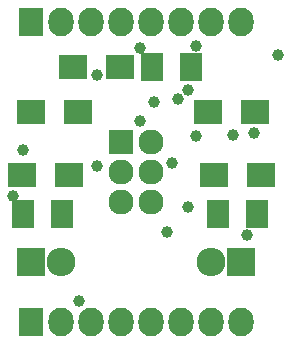
<source format=gts>
%TF.GenerationSoftware,KiCad,Pcbnew,4.0.2+dfsg1-stable*%
%TF.CreationDate,2018-12-23T01:36:30+01:00*%
%TF.ProjectId,A500MPU-Adapter,413530304D50552D416461707465722E,rev?*%
%TF.FileFunction,Soldermask,Top*%
%FSLAX46Y46*%
G04 Gerber Fmt 4.6, Leading zero omitted, Abs format (unit mm)*
G04 Created by KiCad (PCBNEW 4.0.2+dfsg1-stable) date Sun 23 Dec 2018 01:36:30 CET*
%MOMM*%
G01*
G04 APERTURE LIST*
%ADD10C,0.100000*%
%ADD11R,2.400000X2.100000*%
%ADD12R,2.127200X2.127200*%
%ADD13O,2.127200X2.127200*%
%ADD14R,2.432000X2.432000*%
%ADD15O,2.432000X2.432000*%
%ADD16R,2.127200X2.432000*%
%ADD17O,2.127200X2.432000*%
%ADD18R,1.924000X2.432000*%
%ADD19C,1.000000*%
G04 APERTURE END LIST*
D10*
D11*
X146590000Y-112014000D03*
X150590000Y-112014000D03*
D12*
X154940000Y-109220000D03*
D13*
X157480000Y-109220000D03*
X154940000Y-111760000D03*
X157480000Y-111760000D03*
X154940000Y-114300000D03*
X157480000Y-114300000D03*
D11*
X147352000Y-106680000D03*
X151352000Y-106680000D03*
X162338000Y-106680000D03*
X166338000Y-106680000D03*
X150908000Y-102870000D03*
X154908000Y-102870000D03*
X166846000Y-112014000D03*
X162846000Y-112014000D03*
D14*
X165100000Y-119380000D03*
D15*
X162560000Y-119380000D03*
D14*
X147320000Y-119380000D03*
D15*
X149860000Y-119380000D03*
D16*
X147320000Y-99060000D03*
D17*
X149860000Y-99060000D03*
X152400000Y-99060000D03*
X154940000Y-99060000D03*
X157480000Y-99060000D03*
X160020000Y-99060000D03*
X162560000Y-99060000D03*
X165100000Y-99060000D03*
D16*
X147320000Y-124460000D03*
D17*
X149860000Y-124460000D03*
X152400000Y-124460000D03*
X154940000Y-124460000D03*
X157480000Y-124460000D03*
X160020000Y-124460000D03*
X162560000Y-124460000D03*
X165100000Y-124460000D03*
D18*
X157607000Y-102870000D03*
X160909000Y-102870000D03*
X166497000Y-115316000D03*
X163195000Y-115316000D03*
X149987000Y-115316000D03*
X146685000Y-115316000D03*
D19*
X146685000Y-109855000D03*
X159766000Y-105537000D03*
X165608000Y-117094000D03*
X156591000Y-101219000D03*
X161290000Y-101092000D03*
X152908000Y-111252000D03*
X151384000Y-122682000D03*
X157734000Y-105791000D03*
X158877000Y-116840000D03*
X168275000Y-101854000D03*
X160655000Y-104775000D03*
X164465000Y-108585000D03*
X159258000Y-110998000D03*
X156591000Y-107442000D03*
X152908000Y-103505000D03*
X145796000Y-113792000D03*
X166243000Y-108458000D03*
X161290000Y-108712000D03*
X160655000Y-114681000D03*
M02*

</source>
